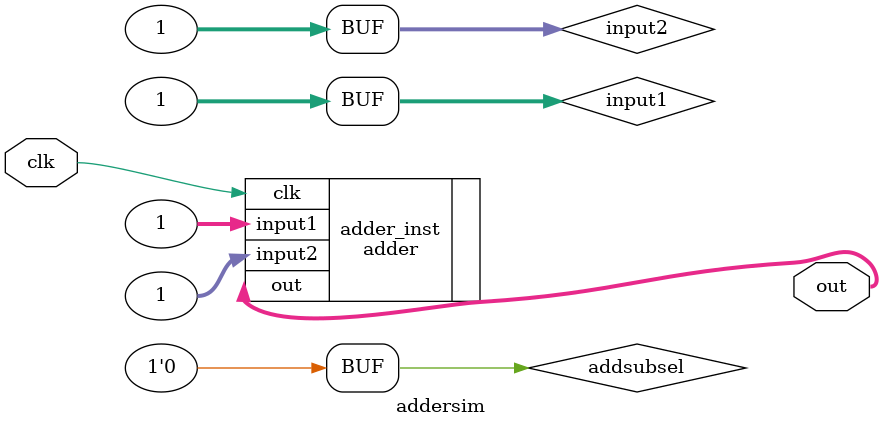
<source format=v>
/*
* Simulation for adder module.
*/
`include "adder.v"

module addersim(clk, out);
	input		clk;
	output[31:0]	out;

	wire[31:0]	input1 = 32'b1;
	wire[31:0]	input2 = 32'b1;
	wire		addsubsel = 1'b0;


	adder adder_inst(.input1(input1), .input2(input2), .clk(clk), .out(out));
endmodule

</source>
